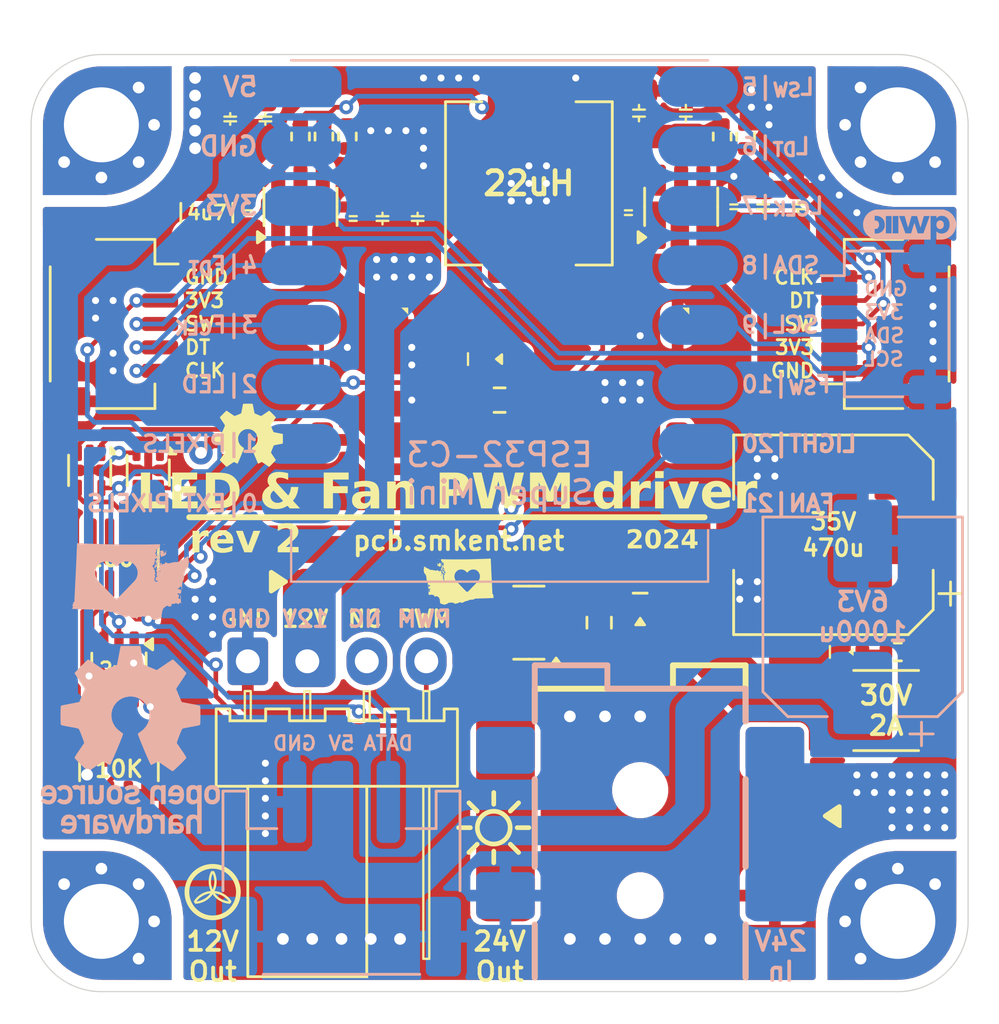
<source format=kicad_pcb>
(kicad_pcb (version 20240108) (generator "pcbnew") (generator_version "8.0")
  (layers (0 "F.Cu" signal) (31 "B.Cu" signal) (34 "B.Paste" user) (35 "F.Paste" user) (36 "B.SilkS" user "B.Silkscreen") (37 "F.SilkS" user "F.Silkscreen") (38 "B.Mask" user) (39 "F.Mask" user) (44 "Edge.Cuts" user))
  (net 0 "")
  (net 1 "+24V")
  (net 2 "GND")
  (net 4 "+5V")
  (net 5 "+3V3")
  (net 6 "LIGHT_OUT")
  (net 7 "LIGHT_BUTTON")
  (net 8 "LIGHT_DT")
  (net 9 "LIGHT_CLK")
  (net 10 "FAN_BUTTON")
  (net 11 "FAN_DT")
  (net 12 "FAN_CLK")
  (net 13 "Net-(LED1-A)")
  (net 14 "STATUS_LED")
  (net 15 "SCL")
  (net 16 "SDA")
  (net 17 "Net-(PIX1-DOUT)")
  (net 18 "+12V")
  (net 20 "FAN_PWM_5V")
  (net 21 "FAN_PWM_3V3")
  (net 22 "Net-(U1-BOOT)")
  (net 24 "/SW_12V")
  (net 27 "/SW_5V")
  (net 28 "Net-(U2-VBST)")
  (net 29 "FB_12V")
  (net 30 "FB_5V")
  (net 31 "Net-(U2-EN)")
  (net 32 "NEOPIXEL_2_DATA_5V")
  (net 33 "NEOPIXEL_1_DATA_5V")
  (net 34 "NEOPIXEL_1_DATA_3V3")
  (net 35 "NEOPIXEL_2_DATA_3V3")
  (net 36 "/24V_IN_RAW")
  (net 37 "LIGHT_PWM_3V3")
  (net 38 "/NP_2_DATA_3V3_R")
  (net 39 "/NP_1_DATA_3V3_R")
  (net 40 "/N_SRC_1")
  (net 41 "/N_GATE_1")
  (net 42 "/P_GATE_1")
  (net 43 "/FAN_PWM_3V3_R")
  (net 44 "Net-(LED2-A)")
  (footprint "Resistor_SMD:R_0402_1005Metric" (layer "F.Cu") (at 93.5 53.5 -90)
    (property "Reference" "R6" (hide yes))
    (property "Value" "10K")
  )
  (footprint "graphics:wa-state-heart-3mm" (layer "F.Cu") (at 98.25 72.5)
    (property "Reference" "G***" (hide yes))
    (property "Value" "LOGO" (hide yes))
  )
  (footprint "Resistor_SMD:R_0402_1005Metric" (layer "F.Cu") (at 117 75.5)
    (property "Reference" "R3" (hide yes))
    (property "Value" "10K")
  )
  (footprint "discrete:C_0402_1005Metric" (layer "F.Cu") (at 93.75 57 90)
    (property "Reference" "C10" (hide yes))
    (property "Value" "0u1")
  )
  (footprint "discrete:R_Array_Convex_4x0603_HandSolder" (layer "F.Cu") (at 83.75 80.5 -90)
    (property "Reference" "RN1" (hide yes))
    (property "Value" "10K")
  )
  (footprint "discrete:C_0402_1005Metric" (layer "F.Cu") (at 105.5 56.75 -90)
    (property "Reference" "C4" (hide yes))
    (property "Value" "0u1")
  )
  (footprint "Resistor_SMD:R_0402_1005Metric" (layer "F.Cu") (at 109.5 53.5 90)
    (property "Reference" "R1" (hide yes))
    (property "Value" "100K")
  )
  (footprint "Package_TO_SOT_SMD:SOT-563" (layer "F.Cu") (at 85 67.75 -90)
    (property "Reference" "U5" (hide yes))
    (property "Value" "SN74LVC1T45Z6")
  )
  (footprint "discrete:C_0402_1005Metric" (layer "F.Cu") (at 89.25 56.75 -90)
    (property "Reference" "C11" (hide yes))
    (property "Value" "0u1")
  )
  (footprint "mechanical:MountingHole_3.2mm_M3_Pad_Via_corner_compact" (layer "F.Cu") (at 83 53 -90)
    (property "Reference" "MH_NW" (hide yes))
    (property "Value" "MountingHole_3.2mm_M3_Pad_Via_corner_compact" (hide yes))
  )
  (footprint "connector:JST_SH_SM05B-SRSS-TB_1x05-1MP_P1.00mm_Horizontal" (layer "F.Cu") (at 83.5 61.5 -90)
    (property "Reference" "J3")
    (property "Value" "JST SH")
  )
  (footprint "Package_TO_SOT_SMD:SOT-23" (layer "F.Cu") (at 101.25 74.25 180)
    (property "Reference" "Q3" (hide yes))
    (property "Value" "AO3401A")
  )
  (footprint "discrete:LED_0603_1608Metric" (layer "F.Cu") (at 100 63)
    (property "Reference" "LED1" (hide yes))
    (property "Value" "LED_Small")
  )
  (footprint "Resistor_SMD:R_0402_1005Metric" (layer "F.Cu") (at 92.5 53.5 90)
    (property "Reference" "R4" (hide yes))
    (property "Value" "57K6")
  )
  (footprint "Resistor_SMD:R_0603_1608Metric" (layer "F.Cu") (at 100 64.75 180)
    (property "Reference" "R0" (hide yes))
    (property "Value" "5K1")
  )
  (footprint "Package_TO_SOT_SMD:SOT-563" (layer "F.Cu") (at 82.5 67.75 -90)
    (property "Reference" "U4" (hide yes))
    (property "Value" "SN74LVC1T45Z6")
  )
  (footprint "Package_TO_SOT_SMD:SOT-23-6" (layer "F.Cu") (at 91.5 56.5 90)
    (property "Reference" "U2" (hide yes))
    (property "Value" "TPS563201")
  )
  (footprint "discrete:C_0603_1608Metric" (layer "F.Cu") (at 112.75 56.5 90)
    (property "Reference" "C1" (hide yes))
    (property "Value" "10u")
  )
  (footprint "Resistor_SMD:R_0603_1608Metric" (layer "F.Cu") (at 104.25 74.25 -90)
    (property "Reference" "R12" (hide yes))
    (property "Value" "17K4")
  )
  (footprint "connector:FanPinHeader_1x04_P2.54mm_Horizontal" (layer "F.Cu") (at 89.25 75.899)
    (property "Reference" "M1" (hide yes))
    (property "Value" "KF2510")
  )
  (footprint "discrete:C_0603_1608Metric" (layer "F.Cu") (at 111.25 56.5 90)
    (property "Reference" "C2" (hide yes))
    (property "Value" "10u")
  )
  (footprint "package:SOT-363_SC-70-6_HandSolder" (layer "F.Cu") (at 83.75 76.25 -90)
    (property "Reference" "Q1" (hide yes))
    (property "Value" "2N7002DW")
  )
  (footprint "package:D_SOD-523" (layer "F.Cu") (at 106 74.25 -90)
    (property "Reference" "D3" (hide yes))
    (property "Value" "10V")
  )
  (footprint "discrete:C_0805_2012Metric" (layer "F.Cu") (at 108 52.5 90)
    (property "Reference" "C5" (hide yes))
    (property "Value" "22u")
  )
  (footprint "Fuse:Fuse_1812_4532Metric" (layer "F.Cu") (at 116.5 78 180)
    (property "Reference" "F1" (hide yes))
    (property "Value" "30V 2A")
  )
  (footprint "package:D_SOD-123F" (layer "F.Cu") (at 90.5 72.5 180)
    (property "Reference" "D1" (hide yes))
    (property "Value" "DSK34W")
  )
  (footprint "discrete:C_0603_1608Metric" (layer "F.Cu") (at 95 57 90)
    (property "Reference" "C9" (hide yes))
    (property "Value" "10u")
  )
  (footprint "Capacitor_SMD:CP_Elec_8x10" (layer "F.Cu") (at 114.25 70.5 180)
    (property "Reference" "C7" (hide yes))
    (property "Value" "470u")
  )
  (footprint "Package_TO_SOT_SMD:SOT-23-6" (layer "F.Cu") (at 107.75 56.5 90)
    (property "Reference" "U1" (hide yes))
    (property "Value" "TPS54202DDCR")
  )
  (footprint "Resistor_SMD:R_0402_1005Metric" (layer "F.Cu") (at 110.5 53.5 -90)
    (property "Reference" "R2" (hide yes))
    (property "Value" "5K1")
  )
  (footprint "discrete:C_0603_1608Metric" (layer "F.Cu") (at 90 52.75 90)
    (property "Reference" "C13" (hide yes))
    (property "Value" "22u")
  )
  (footprint "mechanical:MountingHole_3.2mm_M3_Pad_Via_corner_compact" (layer "F.Cu") (at 83 87)
    (property "Reference" "MH_SW" (hide yes))
    (property "Value" "MountingHole_3.2mm_M3_Pad_Via_corner_compact" (hide yes))
  )
  (footprint "graphics:oshw-logo-3mm" (layer "F.Cu") (at 89.25 66.25)
    (property "Reference" "G***" (hide yes))
    (property "Value" "LOGO" (hide yes))
  )
  (footprint "mechanical:MountingHole_3.2mm_M3_Pad_Via_corner_compact" (layer "F.Cu") (at 117 87 90)
    (property "Reference" "MH_SE" (hide yes))
    (property "Value" "MountingHole_3.2mm_M3_Pad_Via_corner_compact" (hide yes))
  )
  (footprint "discrete:C_0603_1608Metric" (layer "F.Cu") (at 88.5 52.75 90)
    (property "Reference" "C12" (hide yes))
    (property "Value" "22u")
  )
  (footprint "discrete:R_Array_Convex_4x0603_HandSolder" (layer "F.Cu") (at 83.75 71.5 -90)
    (property "Reference" "RN2" (hide yes))
    (property "Value" "100R")
  )
  (footprint "custom:DC-IN_DC-050-2.0-BB_rev2" (layer "F.Cu") (at 106 83 180)
    (property "Reference" "J1" (hide yes))
    (property "Value" "DC-050")
  )
  (footprint "connector:JST_SH_SM05B-SRSS-TB_1x05-1MP_P1.00mm_Horizontal" (layer "F.Cu") (at 116.5 61.5 90)
    (property "Reference" "J2")
    (property "Value" "JST SH")
  )
  (footprint "package:D_SOD-123F" (layer "F.Cu") (at 114.25 82.5)
    (property "Reference" "D2" (hide yes))
    (property "Value" "D_TVS")
  )
  (footprint "discrete:C_0402_1005Metric" (layer "F.Cu") (at 110 56.5 90)
    (property "Reference" "C3" (hide yes))
    (property "Value" "0u1")
  )
  (footprint "discrete:LED_0402_1005Metric" (layer "F.Cu") (at 115 75.5)
    (property "Reference" "LED2" (hide yes))
    (property "Value" "Red")
  )
  (footprint "discrete:C_0603_1608Metric" (layer "F.Cu") (at 96.5 57 90)
    (property "Reference" "C8" (hide yes))
    (property "Value" "10u")
  )
  (footprint "discrete:LED_SK6812_PLCC4_5.0x5.0mm_P3.2mm" (layer "F.Cu") (at 94 64 90)
    (property "Reference" "PIX1" (hide yes))
    (property "Value" "SK6812")
  )
  (footprint "discrete:C_0805_2012Metric" (layer "F.Cu") (at 106 52.5 90)
    (property "Reference" "C6" (hide yes))
    (property "Value" "22u")
  )
  (footprint "mechanical:MountingHole_3.2mm_M3_Pad_Via_corner_compact" (layer "F.Cu") (at 117 53 180)
    (property "Reference" "MH_NE" (hide yes))
    (property "Value" "MountingHole_3.2mm_M3_Pad_Via_corner_compact" (hide yes))
  )
  (footprint "discrete:L_1008_2520Metric" (layer "F.Cu") (at 87.5 56.75 90)
    (property "Reference" "L2" (hide yes))
    (property "Value" "4u7")
  )
  (footprint "discrete:L_Power_7.0x6.6mm_0630" (layer "F.Cu") (at 101.25 55.5 90)
    (property "Reference" "L1" (hide yes))
    (property "Value" "22u")
  )
  (footprint "Resistor_SMD:R_0402_1005Metric" (layer "F.Cu") (at 91.5 53.5 -90)
    (property "Reference" "R7" (hide yes))
    (property "Value" "10K")
  )
  (footprint "discrete:LED_SK6812_PLCC4_5.0x5.0mm_P3.2mm" (layer "F.Cu") (at 106 64 90)
    (property "Reference" "PIX2" (hide yes))
    (property "Value" "SK6812")
  )
  (footprint "Capacitor_SMD:CP_Elec_8x10" (layer "B.Cu") (at 115.5 74 90)
    (property "Reference" "C14" (hide yes))
    (property "Value" "1000u")
  )
  (footprint "module:ESP32-C3-Super-Mini-Castellated-SMD-only" (layer "B.Cu") (at 100 59 180)
    (property "Reference" "SM1" (hide yes))
    (property "Value" "~")
  )
  (footprint "Symbol:OSHW-Logo_7.5x8mm_SilkScreen" (layer "B.Cu") (at 84.25 79.25 180)
    (property "Reference" "REF**" (hide yes))
    (property "Value" "OSHW-Logo_7.5x8mm_SilkScreen" (hide yes))
  )
  (footprint "custom:DC-IN_DC-050-2.0-BB_rev2" (layer "B.Cu") (at 106 83)
    (property "Reference" "J0" (hide yes))
    (property "Value" "DC-050")
  )
  (footprint "graphics:wa-state-heart-5mm" (layer "B.Cu") (at 84.25 72.5 180)
    (property "Reference" "G***" (hide yes))
    (property "Value" "LOGO" (hide yes))
  )
  (footprint "connector:STEMMA-Signal-SMD-horizontal" (layer "B.Cu") (at 93.25 84.75 180)
    (property "Reference" "J4" (hide yes))
    (property "Value" "STEMMA-Signal")
  )
  (footprint "graphics:qwiic-logo-4mm" (layer "B.Cu") (at 117.5 57.25 180)
    (property "Reference" "G***" (hide yes))
    (property "Value" "LOGO" (hide yes))
  )
  (footprint "connector:Qwiic-SMD-horizontal" (layer "B.Cu") (at 116.5 61.5 -90)
    (property "Reference" "J5" (hide yes))
    (property "Value" "Qwiic")
  )
  (gr_line (start 98.250001 83) (end 98.75 83) (stroke (width 0.2)) (layer "F.SilkS"))
  (gr_circle (center 87.750002 85.750011) (end 88.850002 85.750011) (stroke (width 0.2)) (fill none) (layer "F.SilkS"))
  (gr_circle (center 99.75 83) (end 100.45 83) (stroke (width 0.2)) (fill none) (layer "F.SilkS"))
  (gr_arc (start 87.000002 86.151397) (mid 87.750002 85.750015) (end 88.500001 86.151398) (stroke (width 0.1)) (layer "F.SilkS"))
  (gr_arc (start 87.77739 84.899799) (mid 87.75 85.75) (end 87.027392 86.198836) (stroke (width 0.1)) (layer "F.SilkS"))
  (gr_arc (start 88.472612 86.198836) (mid 87.749978 85.750015) (end 87.722613 84.899799) (stroke (width 0.1)) (layer "F.SilkS"))
  (gr_line (start 86.75 69.75) (end 108.75 69.75) (stroke (width 0.25)) (layer "F.SilkS"))
  (gr_line (start 100.750001 83) (end 101.25 83) (stroke (width 0.2)) (layer "F.SilkS"))
  (gr_line (start 98.689341 84.06066) (end 99.042894 83.707106) (stroke (width 0.2)) (layer "F.SilkS"))
  (gr_line (start 99.042893 82.292892) (end 98.689341 81.93934) (stroke (width 0.2)) (layer "F.SilkS"))
  (gr_line (start 99.75 81.5) (end 99.75 82) (stroke (width 0.2)) (layer "F.SilkS"))
  (gr_line (start 100.81066 84.060659) (end 100.457107 83.707106) (stroke (width 0.2)) (layer "F.SilkS"))
  (gr_line (start 99.75 84) (end 99.75 84.5) (stroke (width 0.2)) (layer "F.SilkS"))
  (gr_line (start 100.457107 82.292893) (end 100.810661 81.93934) (stroke (width 0.2)) (layer "F.SilkS"))
  (gr_poly (pts (arc (start 117 90) (mid 119.12132 89.12132) (end 120 87)) (arc (start 120 53) (mid 119.12132 50.87868) (end 117 50)) (arc (start 83 50) (mid 80.87868 50.87868) (end 80 53)) (arc (start 80 87) (mid 80.87868 89.12132) (end 83 90))) (stroke (width 0.05)) (fill none) (layer "Edge.Cuts"))
  (gr_text "PWM" (at 96.786666 74.5 -0) (layer "B.SilkS") (effects (font (size 0.7 0.7) (thickness 0.14) (bold yes)) (justify bottom mirror)))
  (gr_text "3V3" (at 115.5 61 0) (layer "B.SilkS") (effects (font (size 0.6 0.6) (thickness 0.12) (bold yes)) (justify right mirror)))
  (gr_text "GND" (at 89.166666 74.5 -0) (layer "B.SilkS") (effects (font (size 0.7 0.7) (thickness 0.14) (bold yes)) (justify bottom mirror)))
  (gr_text "2|LED" (at 89.75 64.08 0) (layer "B.SilkS") (effects (font (size 0.7 0.7) (thickness 0.14) (bold yes)) (justify left mirror)))
  (gr_text "GND" (at 89.75 53.92 0) (layer "B.SilkS") (effects (font (size 0.8 0.8) (thickness 0.16) (bold yes)) (justify left mirror)))
  (gr_text "12V" (at 91.706666 74.5 -0) (layer "B.SilkS") (effects (font (size 0.7 0.7) (thickness 0.14) (bold yes)) (justify bottom mirror)))
  (gr_text "L_{CLK}|7" (at 110.25 56.46 0) (layer "B.SilkS") (effects (font (size 0.7 0.7) (thickness 0.14) (bold yes)) (justify right mirror)))
  (gr_text "5V" (at 89.75 51.38 0) (layer "B.SilkS") (effects (font (size 0.8 0.8) (thickness 0.16) (bold yes)) (justify left mirror)))
  (gr_text "3|F_{CLK}" (at 89.75 61.54 0) (layer "B.SilkS") (effects (font (size 0.7 0.7) (thickness 0.14) (bold yes)) (justify left mirror)))
  (gr_text "4|F_{DT}" (at 89.75 59 0) (layer "B.SilkS") (effects (font (size 0.7 0.7) (thickness 0.14) (bold yes)) (justify left mirror)))
  (gr_text "L_{SW}|5" (at 110.25 51.38 0) (layer "B.SilkS") (effects (font (size 0.7 0.7) (thickness 0.14) (bold yes)) (justify right mirror)))
  (gr_text "LIGHT|20" (at 110.25 66.62 0) (layer "B.SilkS") (effects (font (size 0.7 0.7) (thickness 0.16) (bold yes)) (justify right mirror)))
  (gr_text "SCL" (at 115.5 63 0) (layer "B.SilkS") (effects (font (size 0.6 0.6) (thickness 0.12) (bold yes)) (justify right mirror)))
  (gr_text "L_{DT}|6" (at 110.25 53.92 0) (layer "B.SilkS") (effects (font (size 0.7 0.7) (thickness 0.14) (bold yes)) (justify right mirror)))
  (gr_text "SCL|9" (at 110.25 61.54 0) (layer "B.SilkS") (effects (font (size 0.7 0.7) (thickness 0.14) (bold yes)) (justify right mirror)))
  (gr_text "1|PIXELS" (at 89.75 66.62 0) (layer "B.SilkS") (effects (font (size 0.7 0.7) (thickness 0.14) (bold yes)) (justify left mirror)))
  (gr_text "6V3\n1000u" (at 115.5 74 0) (layer "B.SilkS") (effects (font (size 0.8 0.8) (thickness 0.16) (bold yes)) (justify mirror)))
  (gr_text "SDA|8" (at 110.25 59 0) (layer "B.SilkS") (effects (font (size 0.7 0.7) (thickness 0.14) (bold yes)) (justify right mirror)))
  (gr_text "0|EXT PIXELS" (at 89.75 69.16 0) (layer "B.SilkS") (effects (font (size 0.7 0.7) (thickness 0.14) (bold yes)) (justify left mirror)))
  (gr_text "5V" (at 93.25 79.75 0) (layer "B.SilkS") (effects (font (size 0.6 0.6) (thickness 0.12) (bold yes)) (justify bottom mirror)))
  (gr_text "F_{SW}|10" (at 110.25 64.08 0) (layer "B.SilkS") (effects (font (size 0.7 0.7) (thickness 0.14) (bold yes)) (justify right mirror)))
  (gr_text "3V3" (at 89.75 56.46 0) (layer "B.SilkS") (effects (font (size 0.8 0.8) (thickness 0.16) (bold yes)) (justify left mirror)))
  (gr_text "GND" (at 91.25 79.75 0) (layer "B.SilkS") (effects (font (size 0.6 0.6) (thickness 0.12) (bold yes)) (justify bottom mirror)))
  (gr_text "SDA" (at 115.5 62 0) (layer "B.SilkS") (effects (font (size 0.6 0.6) (thickness 0.12) (bold yes)) (justify right mirror)))
  (gr_text "NC" (at 94.246666 74.5 -0) (layer "B.SilkS") (effects (font (size 0.7 0.7) (thickness 0.14) (bold yes)) (justify bottom mirror)))
  (gr_text "24V\nIn" (at 112 88.5 0) (layer "B.SilkS") (effects (font (size 0.8 0.8) (thickness 0.16) (bold yes)) (justify mirror)))
  (gr_text "FAN|21" (at 110.25 69.16 0) (layer "B.SilkS") (effects (font (size 0.7 0.7) (thickness 0.16) (bold yes)) (justify right mirror)))
  (gr_text "GND" (at 115.5 60 0) (layer "B.SilkS") (effects (font (size 0.6 0.6) (thickness 0.12) (bold yes)) (justify right mirror)))
  (gr_text "DATA" (at 95.25 79.75 0) (layer "B.SilkS") (effects (font (size 0.6 0.6) (thickness 0.12) (bold yes)) (justify bottom mirror)))
  (gr_text "3V3" (at 113.5 62.5 0) (layer "F.SilkS") (effects (font (size 0.6 0.6) (thickness 0.12) (bold yes)) (justify right)))
  (gr_text "12V\nOut" (at 87.75 88.5 0) (layer "F.SilkS") (effects (font (size 0.8 0.8) (thickness 0.16) (bold yes))))
  (gr_text "4u7" (at 87.5 56.75 0) (layer "F.SilkS") (effects (font (size 0.6 0.6) (thickness 0.12) (bold yes))))
  (gr_text "GND" (at 86.5 59.5 0) (layer "F.SilkS") (effects (font (size 0.6 0.6) (thickness 0.12) (bold yes)) (justify left)))
  (gr_text "CLK" (at 86.5 63.5 0) (layer "F.SilkS") (effects (font (size 0.6 0.6) (thickness 0.12) (bold yes)) (justify left)))
  (gr_text "2024" (at 108.5 70.75 0) (layer "F.SilkS") (effects (font (size 0.8 0.8) (thickness 0.24) (bold yes)) (justify right)))
  (gr_text "SW" (at 113.5 61.5 0) (layer "F.SilkS") (effects (font (size 0.6 0.6) (thickness 0.12) (bold yes)) (justify right)))
  (gr_text "PWM" (at 96.786666 74.5 -0) (layer "F.SilkS") (effects (font (size 0.7 0.7) (thickness 0.14) (bold yes)) (justify bottom)))
  (gr_text "2xN" (at 83.75 76.25 0) (layer "F.SilkS") (effects (font (size 0.6 0.6) (thickness 0.12) (bold yes))))
  (gr_text "pcb.smkent.net" (at 98.25 70.75 0) (layer "F.SilkS") (effects (font (size 0.8 0.8) (thickness 0.16) (bold yes))))
  (gr_text "24V\nOut" (at 100 88.5 0) (layer "F.SilkS") (effects (font (size 0.8 0.8) (thickness 0.16) (bold yes))))
  (gr_text "DT" (at 113.5 60.5 0) (layer "F.SilkS") (effects (font (size 0.6 0.6) (thickness 0.12) (bold yes)) (justify right)))
  (gr_text "SW" (at 86.5 61.5 0) (layer "F.SilkS") (effects (font (size 0.6 0.6) (thickness 0.12) (bold yes)) (justify left)))
  (gr_text "3V3" (at 86.5 60.5 0) (layer "F.SilkS") (effects (font (size 0.6 0.6) (thickness 0.12) (bold yes)) (justify left)))
  (gr_text "30V\n2A" (at 116.5 78 0) (layer "F.SilkS") (effects (font (size 0.8 0.8) (thickness 0.16) (bold yes))))
  (gr_text "CLK" (at 113.5 59.5 0) (layer "F.SilkS") (effects (font (size 0.6 0.6) (thickness 0.12) (bold yes)) (justify right)))
  (gr_text "GND" (at 113.5 63.5 0) (layer "F.SilkS") (effects (font (size 0.6 0.6) (thickness 0.12) (bold yes)) (justify right)))
  (gr_text "22uH" (at 101.25 55.5 0) (layer "F.SilkS") (effects (font (size 1 1) (thickness 0.2) (bold yes))))
  (gr_text "12V" (at 91.706666 74.5 -0) (layer "F.SilkS") (effects (font (size 0.7 0.7) (thickness 0.14) (bold yes)) (justify bottom)))
  (gr_text "35V\n470u" (at 114.25 70.5 0) (layer "F.SilkS") (effects (font (size 0.7 0.7) (thickness 0.14) (bold yes))))
  (gr_text "NC" (at 94.246666 74.5 -0) (layer "F.SilkS") (effects (font (size 0.7 0.7) (thickness 0.14) (bold yes)) (justify bottom)))
  (gr_text "GND" (at 89.166666 74.5 -0) (layer "F.SilkS") (effects (font (size 0.7 0.7) (thickness 0.14) (bold yes)) (justify bottom)))
  (gr_text "LED & Fan PWM driver" (at 97.75 68.75 0) (layer "F.SilkS") (effects (font (size 1.5 1.5) (thickness 0.3) (bold yes))))
  (gr_text "DT" (at 86.5 62.5 0) (layer "F.SilkS") (effects (font (size 0.6 0.6) (thickness 0.12) (bold yes)) (justify left)))
  (gr_text "rev 2" (at 86.75 70.75 0) (layer "F.SilkS") (effects (font (size 1.2 1.2) (thickness 0.24) (bold yes)) (justify left)))
  (segment (start 109.306734 56.525) (end 109.811734 56.02) (width 0.5) (layer "F.Cu") (net 2))
  (segment (start 109.811734 56.02) (end 110 56.02) (width 0.5) (layer "F.Cu") (net 2))
  (segment (start 111.25 55.6375) (end 112.75 55.6375) (width 0.5) (layer "F.Cu") (net 2))
  (segment (start 110 56.02) (end 110.3825 55.6375) (width 0.5) (layer "F.Cu") (net 2))
  (segment (start 110.3825 55.6375) (end 111.25 55.6375) (width 0.5) (layer "F.Cu") (net 2))
  (segment (start 106.801249 57.048751) (end 107.325 56.525) (width 0.5) (layer "F.Cu") (net 2))
  (segment (start 106.801249 57.97) (end 106.801249 57.048751) (width 0.5) (layer "F.Cu") (net 2))
  (segment (start 107.325 56.525) (end 109.306734 56.525) (width 0.5) (layer "F.Cu") (net 2))
  (via (at 102 55.5) (size 0.6) (drill 0.3) (layers "F.Cu" "B.Cu") (net 2))
  (via (at 99 51) (size 0.6) (drill 0.3) (layers "F.Cu" "B.Cu") (net 2))
  (via (at 83.5 62.75) (size 0.6) (drill 0.3) (layers "F.Cu" "B.Cu") (net 2))
  (via (at 105.25 64.75) (size 0.6) (drill 0.3) (layers "F.Cu" "B.Cu") (net 2))
  (via (at 96 53.25) (size 0.6) (drill 0.3) (layers "F.Cu" "B.Cu") (net 2))
  (via (at 105.25 64) (size 0.6) (drill 0.3) (layers "F.Cu" "B.Cu") (net 2))
  (via (at 90 81) (size 0.6) (drill 0.3) (layers "F.Cu" "B.Cu") (net 2))
  (via (at 111 72.5) (size 0.6) (drill 0.3) (layers "F.Cu" "B.Cu") (net 2))
  (via (at 97.5 51) (size 0.6) (drill 0.3) (layers "F.Cu" "B.Cu") (net 2))
  (via (at 94.5 87.75) (size 1) (drill 0.5) (layers "F.Cu" "B.Cu") (net 2))
  (via (at 103 78.25) (size 1) (drill 0.5) (layers "F.Cu" "B.Cu") (net 2))
  (via (at 100.5 56.25) (size 0.6) (drill 0.3) (layers "F.Cu" "B.Cu") (net 2))
  (via (at 111.75 67.25) (size 0.6) (drill 0.3) (layers "F.Cu" "B.Cu") (net 2))
  (via (at 111.75 68) (size 0.6) (drill 0.3) (layers "F.Cu" "B.Cu") (net 2))
  (via (at 83.5 63.5) (size 0.6) (drill 0.3) (layers "F.Cu" "B.Cu") (net 2))
  (via (at 106 78.25) (size 1) (drill 0.5) (layers "F.Cu" "B.Cu") (net 2))
  (via (at 98.25 51) (size 0.6) (drill 0.3) (layers "F.Cu" "B.Cu") (net 2))
  (via (at 107.5 87.75) (size 1) (drill 0.5) (layers "F.Cu" "B.Cu") (net 2))
  (via (at 118.5 62.25) (size 0.6) (drill 0.3) (layers "F.Cu" "B.Cu") (net 2))
  (via (at 115.25 56.75) (size 0.6) (drill 0.3) (layers "F.Cu" "B.Cu") (net 2))
  (via (at 103.25 51) (size 0.6) (drill 0.3) (layers "F.Cu" "B.Cu") (net 2))
  (via (at 118.5 63) (size 0.6) (drill 0.3) (layers "F.Cu" "B.Cu") (net 2))
  (via (at 101.25 54.75) (size 0.6) (drill 0.3) (layers "F.Cu" "B.Cu") (net 2))
  (via (at 118.5 61.5) (size 0.6) (drill 0.3) (layers "F.Cu" "B.Cu") (net 2))
  (via (at 111 73.25) (size 0.6) (drill 0.3) (layers "F.Cu" "B.Cu") (net 2))
  (via (at 106 64) (size 0.6) (drill 0.3) (layers "F.Cu" "B.Cu") (net 2))
  (via (at 104.5 64.75) (size 0.6) (drill 0.3) (layers "F.Cu" "B.Cu") (net 2))
  (via (at 106 62) (size 0.6) (drill 0.3) (layers "F.Cu" "B.Cu") (net 2))
  (via (at 96.75 54.75) (size 0.6) (drill 0.3) (layers "F.Cu" "B.Cu") (net 2))
  (via (at 102 56.25) (size 0.6) (drill 0.3) (layers "F.Cu" "B.Cu") (net 2))
  (via (at 90 82.5) (size 0.6) (drill 0.3) (layers "F.Cu" "B.Cu") (net 2))
  (via (at 104.5 87.75) (size 1) (drill 0.5) (layers "F.Cu" "B.Cu") (net 2))
  (via (at 100.5 55.5) (size 0.6) (drill 0.3) (layers "F.Cu" "B.Cu") (net 2))
  (via (at 104.5 64) (size 0.6) (drill 0.3) (layers "F.Cu" "B.Cu") (net 2))
  (via (at 101.25 56.25) (size 0.6) (drill 0.3) (layers "F.Cu" "B.Cu") (net 2))
  (via (at 92 87.75) (size 1) (drill 0.5) (layers "F.Cu" "B.Cu") (net 2))
  (via (at 110.25 72.5) (size 0.6) (drill 0.3) (layers "F.Cu" "B.Cu") (net 2))
  (via (at 96.25 63.25) (size 0.6) (drill 0.3) (layers "F.Cu" "B.Cu") (net 2))
  (via (at 111.5 52.25) (size 0.6) (drill 0.3) (layers "F.Cu" "B.Cu") (net 2))
  (via (at 96.75 54) (size 0.6) (drill 0.3) (layers "F.Cu" "B.Cu") (net 2))
  (via (at 101.25 55.5) (size 0.6) (drill 0.3) (layers "F.Cu" "B.Cu") (net 2))
  (via (at 118.5 60.75) (size 0.6) (drill 0.3) (layers "F.Cu" "B.Cu") (net 2))
  (via (at 95.75 87.75) (size 1) (drill 0.5) (layers "F.Cu" "B.Cu") (net 2))
  (via (at 87 74) (size 0.6) (drill 0.3) (layers "F.Cu" "B.Cu") (net 2))
  (via (at 87.75 73.25) (size 0.6) (drill 0.3) (layers "F.Cu" "B.Cu") (net 2))
  (via (at 114.5 56) (size 0.6) (drill 0.3) (layers "F.Cu" "B.Cu") (net 2))
  (via (at 118.5 60) (size 0.6) (drill 0.3) (layers "F.Cu" "B.Cu") (net 2))
  (via (at 90 80.25) (size 0.6) (drill 0.3) (layers "F.Cu" "B.Cu") (net 2))
  (via (at 103 87.75) (size 1) (drill 0.5) (layers "F.Cu" "B.Cu") (net 2))
  (via (at 96.25 62.5) (size 0.6) (drill 0.3) (layers "F.Cu" "B.Cu") (net 2))
  (via (at 106 87.75) (size 1) (drill 0.5) (layers "F.Cu" "B.Cu") (net 2))
  (via (at 111 67.25) (size 0.6) (drill 0.3) (layers "F.Cu" "B.Cu") (net 2))
  (via (at 93.25 87.75) (size 1) (drill 0.5) (layers "F.Cu" "B.Cu") (net 2))
  (via (at 104.5 78.25) (size 1) (drill 0.5) (layers "F.Cu" "B.Cu") (net 2))
  (via (at 106 64.75) (size 0.6) (drill 0.3) (layers "F.Cu" "B.Cu") (net 2))
  (via (at 109 87.75) (size 1) (drill 0.5) (layers "F.Cu" "B.Cu") (net 2))
  (via (at 82.75 60.5) (size 0.6) (drill 0.3) (layers "F.Cu" "B.Cu") (net 2))
  (via (at 113.75 55.25) (size 0.6) (drill 0.3) (layers "F.Cu" "B.Cu") (net 2))
  (via (at 111.5 53) (size 0.6) (drill 0.3) (layers "F.Cu" "B.Cu") (net 2))
  (via (at 96.75 53.25) (size 0.6) (drill 0.3) (layers "F.Cu" "B.Cu") (net 2))
  (via (at 110.75 51.5) (size 0.6) (drill 0.3) (layers "F.Cu" "B.Cu") (net 2))
  (via (at 90 83.25) (size 0.6) (drill 0.3) (layers "F.Cu" "B.Cu") (net 2))
  (via (at 93.5 62.5) (size 0.6) (drill 0.3) (layers "F.Cu" "B.Cu") (net 2))
  (via (at 94.5 53.25) (size 0.6) (drill 0.3) (layers "F.Cu" "B.Cu") (net 2))
  (via (at 110.25 73.25) (size 0.6) (drill 0.3) (layers "F.Cu" "B.Cu") (net 2))
  (via (at 95.25 53.25) (size 0.6) (drill 0.3) (layers "F.Cu" "B.Cu") (net 2))
  (via (at 87 73.25) (size 0.6) (drill 0.3) (layers "F.Cu" "B.Cu") (net 2))
  (via (at 87.75 72.5) (size 0.6) (drill 0.3) (layers "F.Cu" "B.Cu") (net 2))
  (via (at 102 54.75) (size 0.6) (drill 0.3) (layers "F.Cu" "B.Cu") (net 2))
  (via (at 110.75 52.25) (size 0.6) (drill 0.3) (layers "F.Cu" "B.Cu") (net 2))
  (via (at 87.75 74) (size 0.6) (drill 0.3) (layers "F.Cu" "B.Cu") (net 2))
  (via (at 83.5 60.5) (size 0.6) (drill 0.3) (layers "F.Cu" "B.Cu") (net 2))
  (via (at 111 68) (size 0.6) (drill 0.3) (layers "F.Cu" "B.Cu") (net 2))
  (via (at 96.75 51) (size 0.6) (drill 0.3) (layers "F.Cu" "B.Cu") (net 2))
  (via (at 87.75 74.75) (size 0.6) (drill 0.3) (layers "F.Cu" "B.Cu") (net 2))
  (via (at 82.75 61.25) (size 0.6) (drill 0.3) (layers "F.Cu" "B.Cu") (net 2))
  (via (at 96.25 64.75) (size 0.6) (drill 0.3) (layers "F.Cu" "B.Cu") (net 2))
  (via (at 110 55.2) (size 0.6) (drill 0.3) (layers "F.Cu" "B.Cu") (net 2))
  (via (at 90 81.75) (size 0.6) (drill 0.3) (layers "F.Cu" "B.Cu") (net 2))
  (via (at 90.75 87.75) (size 1) (drill 0.5) (layers "F.Cu" "B.Cu") (net 2))
  (segment (start 85.25 66.4) (end 85.5 66.65) (width 0.2) (layer "F.Cu") (net 4))
  (segment (start 92.4 66.45) (end 92.3 66.55) (width 0.5) (layer "F.Cu") (net 4))
  (segment (start 97.55 66.45) (end 96.3 67.7) (width 0.5) (layer "F.Cu") (net 4))
  (segment (start 93.7 66.45) (end 92.4 66.45) (width 0.5) (layer "F.Cu") (net 4))
  (segment (start 104.4 66.45) (end 97.55 66.45) (width 0.5) (layer "F.Cu") (net 4))
  (segment (start 96.3 67.7) (end 94.95 67.7) (width 0.5) (layer "F.Cu") (net 4))
  (segment (start 82.55 80.899827) (end 82.389475 80.739302) (width 0.5) (layer "F.Cu") (net 4))
  (segment (start 83 66.65) (end 83.25 66.4) (width 0.2) (layer "F.Cu") (net 4))
  (segment (start 85.5 67) (end 85.5 66.75) (width 0.2) (layer "F.Cu") (net 4))
  (segment (start 82.55 81.6) (end 82.55 80.899827) (width 0.5) (layer "F.Cu") (net 4))
  (segment (start 85.5 66.65) (end 85.5 67) (width 0.2) (layer "F.Cu") (net 4))
  (segment (start 92.3 66.55) (end 87.7 66.55) (width 0.5) (layer "F.Cu") (net 4))
  (segment (start 94.95 67.7) (end 93.7 66.45) (width 0.5) (layer "F.Cu") (net 4))
  (segment (start 85.85 66.4) (end 86.65 66.4) (width 0.2) (layer "F.Cu") (net 4))
  (segment (start 83.25 66.4) (end 85.25 66.4) (width 0.2) (layer "F.Cu") (net 4))
  (segment (start 86.65 66.4) (end 87.25 67) (width 0.2) (layer "F.Cu") (net 4))
  (segment (start 92.5 52.99) (end 91.965 53.525) (width 0.2) (layer "F.Cu") (net 4))
  (segment (start 87.7 66.55) (end 87.25 67) (width 0.5) (layer "F.Cu") (net 4))
  (segment (start 83 67) (end 83 66.65) (width 0.2) (layer "F.Cu") (net 4))
  (segment (start 85.5 66.75) (end 85.85 66.4) (width 0.2) (layer "F.Cu") (net 4))
  (segment (start 91.965 53.525) (end 90 53.525) (width 0.2) (layer "F.Cu") (net 4))
  (via (at 87 51) (size 1) (drill 0.5) (layers "F.Cu" "B.Cu") (net 4))
  (via (at 87 51.75) (size 1) (drill 0.5) (layers "F.Cu" "B.Cu") (net 4))
  (via (at 87 52.5) (size 1) (drill 0.5) (layers "F.Cu" "B.Cu") (net 4))
  (via (at 87.25 67) (size 1) (drill 0.5) (layers "F.Cu" "B.Cu") (net 4))
  (via (at 87 54) (size 1) (drill 0.5) (layers "F.Cu" "B.Cu") (net 4))
  (via (at 82.389475 80.739302) (size 1) (drill 0.5) (layers "F.Cu" "B.Cu") (net 4))
  (via (at 87 53.25) (size 1) (drill 0.5) (layers "F.Cu" "B.Cu") (net 4))
  (segment (start 84.060661 66.25) (end 81.25 66.25) (width 0.5) (layer "B.Cu") (net 4))
  (segment (start 84.560661 66.75) (end 84.060661 66.25) (width 0.5) (layer "B.Cu") (net 4))
  (segment (start 87.25 67) (end 87 66.75) (width 0.5) (layer "B.Cu") (net 4))
  (segment (start 115.5 77.25) (end 116 77.25) (width 0.2) (layer "B.Cu") (net 4))
  (segment (start 87 66.75) (end 84.560661 66.75) (width 0.5) (layer "B.Cu") (net 4))
  (segment (start 83.35 81.6) (end 83.35 81.000001) (width 0.2) (layer "F.Cu") (net 5))
  (segment (start 85.9 80.220192) (end 85.9 77.806543) (width 0.2) (layer "F.Cu") (net 5))
  (segment (start 84.5 60.5) (end 82.4 62.6) (width 0.2) (layer "F.Cu") (net 5))
  (segment (start 83.75 68.5) (end 83 68.5) (width 0.2) (layer "F.Cu") (net 5))
  (segment (start 83.650001 80.7) (end 85.420192 80.7) (width 0.2) (layer "F.Cu") (net 5))
  (segment (start 84.075 76.575) (end 83.75 76.25) (width 0.2) (layer "F.Cu") (net 5))
  (segment (start 83.35 81.000001) (end 83.650001 80.7) (width 0.2) (layer "F.Cu") (net 5))
  (segment (start 84.5 60.5) (end 85.5 60.5) (width 0.2) (layer "F.Cu") (net 5))
  (segment (start 83.75 75.125) (end 83.75 74.214215) (width 0.2) (layer "F.Cu") (net 5))
  (segment (start 85.9 77.806543) (end 84.668457 76.575) (width 0.2) (layer "F.Cu") (net 5))
  (segment (start 86.25 68.5) (end 85.5 68.5) (width 0.2) (layer "F.Cu") (net 5))
  (segment (start 84.668457 76.575) (end 84.075 76.575) (width 0.2) (layer "F.Cu") (net 5))
  (segment (start 85.420192 80.7) (end 85.9 80.220192) (width 0.2) (layer "F.Cu") (net 5))
  (segment (start 83.75 74.214215) (end 83.750001 74.214214) (width 0.2) (layer "F.Cu") (net 5))
  (segment (start 83.75 76.25) (end 83.75 75.125) (width 0.2) (layer "F.Cu") (net 5))
  (segment (start 115.75 62.5) (end 114.5 62.5) (width 0.2) (layer "F.Cu") (net 5))
  (via (at 84.5 60.5) (size 0.6) (drill 0.3) (layers "F.Cu" "B.Cu") (net 5))
  (via (at 83.75 68.5) (size 0.6) (drill 0.3) (layers "F.Cu" "B.Cu") (net 5))
  (via (at 86.25 68.5) (size 0.6) (drill 0.3) (layers "F.Cu" "B.Cu") (net 5))
  (via (at 115.75 62.5) (size 0.6) (drill 0.3) (layers "F.Cu" "B.Cu") (net 5))
  (via (at 82.4 62.6) (size 0.6) (drill 0.3) (layers "F.Cu" "B.Cu") (net 5))
  (via (at 83.750001 74.214214) (size 0.6) (drill 0.3) (layers "F.Cu" "B.Cu") (net 5))
  (segment (start 115.75 61.475001) (end 115.75 62.5) (width 0.2) (layer "B.Cu") (net 5))
  (segment (start 90.092942 56.46) (end 86.052942 60.5) (width 0.2) (layer "B.Cu") (net 5))
  (segment (start 115.274999 61) (end 115.75 61.475001) (width 0.2) (layer "B.Cu") (net 5))
  (segment (start 86.95 67.8) (end 86.25 68.5) (width 0.2) (layer "B.Cu") (net 5))
  (segment (start 87.7 66.2) (end 88.05 66.55) (width 0.2) (layer "B.Cu") (net 5))
  (segment (start 83.4 73.864213) (end 83.4 68.85) (width 0.2) (layer "B.Cu") (net 5))
  (segment (start 102.55 62.75) (end 97.25 57.45) (width 0.2) (layer "B.Cu") (net 5))
  (segment (start 86.052942 60.5) (end 84.5 60.5) (width 0.2) (layer "B.Cu") (net 5))
  (segment (start 82.4 65.4) (end 82.7 65.7) (width 0.2) (layer "B.Cu") (net 5))
  (segment (start 84.288479 65.7) (end 84.788479 66.2) (width 0.2) (layer "B.Cu") (net 5))
  (segment (start 115.75 63.165552) (end 115.315552 63.6) (width 0.2) (layer "B.Cu") (net 5))
  (segment (start 82.4 62.6) (end 82.4 65.4) (width 0.2) (layer "B.Cu") (net 5))
  (segment (start 113.684448 63.6) (end 112.834448 62.75) (width 0.2) (layer "B.Cu") (net 5))
  (segment (start 115.75 62.5) (end 115.75 63.165552) (width 0.2) (layer "B.Cu") (net 5))
  (segment (start 97.25 57.45) (end 93.37 57.45) (width 0.2) (layer "B.Cu") (net 5))
  (segment (start 85.55 67.8) (end 84.45 67.8) (width 0.2) (layer "B.Cu") (net 5))
  (segment (start 84.45 67.8) (end 83.75 68.5) (width 0.2) (layer "B.Cu") (net 5))
  (segment (start 88.05 66.55) (end 88.05 67.331371) (width 0.2) (layer "B.Cu") (net 5))
  (segment (start 83.750001 74.214214) (end 83.4 73.864213) (width 0.2) (layer "B.Cu") (net 5))
  (segment (start 88.05 67.331371) (end 87.581371 67.8) (width 0.2) (layer "B.Cu") (net 5))
  (segment (start 84.788479 66.2) (end 87.7 66.2) (width 0.2) (layer "B.Cu") (net 5))
  (segment (start 93.37 57.45) (end 92.38 56.46) (width 0.2) (layer "B.Cu") (net 5))
  (segment (start 112.834448 62.75) (end 102.55 62.75) (width 0.2) (layer "B.Cu") (net 5))
  (segment (start 82.7 65.7) (end 84.288479 65.7) (width 0.2) (layer "B.Cu") (net 5))
  (segment (start 87.581371 67.8) (end 86.95 67.8) (width 0.2) (layer "B.Cu") (net 5))
  (segment (start 114.5 61) (end 115.274999 61) (width 0.2) (layer "B.Cu") (net 5))
  (segment (start 115.315552 63.6) (end 113.684448 63.6) (width 0.2) (layer "B.Cu") (net 5))
  (segment (start 92.38 56.46) (end 90.092942 56.46) (width 0.2) (layer "B.Cu") (net 5))
  (segment (start 83.4 68.85) (end 83.75 68.5) (width 0.2) (layer "B.Cu") (net 5))
  (segment (start 86.25 68.5) (end 85.55 67.8) (width 0.2) (layer "B.Cu") (net 5))
  (segment (start 116.375 60.625) (end 115.5 61.5) (width 0.2) (layer "F.Cu") (net 7))
  (segment (start 115.5 61.5) (end 114.5 61.5) (width 0.2) (layer "F.Cu") (net 7))
  (via (at 116.375 60.625) (size 0.6) (drill 0.3) (layers "F.Cu" "B.Cu") (net 7))
  (segment (start 116.375 58.4539) (end 116.021425 58.100325) (width 0.2) (layer "B.Cu") (net 7))
  (segment (start 108.735414 51.38) (end 107.62 51.38) (width 0.2) (layer "B.Cu") (net 7))
  (segment (start 116.021425 58.100325) (end 115.455739 58.100325) (width 0.2) (layer "B.Cu") (net 7))
  (segment (start 116.375 60.625) (end 116.375 58.4539) (width 0.2) (layer "B.Cu") (net 7))
  (segment (start 115.455739 58.100325) (end 108.735414 51.38) (width 0.2) (layer "B.Cu") (net 7))
  (segment (start 115.962257 58.700325) (end 115.772896 58.700325) (width 0.2) (layer "F.Cu") (net 8))
  (segment (start 116.35 59.748529) (end 116.35 59.088068) (width 0.2) (layer "F.Cu") (net 8))
  (segment (start 115.598529 60.5) (end 116.35 59.748529) (width 0.2) (layer "F.Cu") (net 8))
  (segment (start 116.35 59.088068) (end 115.962257 58.700325) (width 0.2) (layer "F.Cu") (net 8))
  (segment (start 114.5 60.5) (end 115.598529 60.5) (width 0.2) (layer "F.Cu") (net 8))
  (via (at 115.772896 58.700325) (size 0.6) (drill 0.3) (layers "F.Cu" "B.Cu") (net 8))
  (segment (start 110.709728 53.92) (end 107.62 53.92) (width 0.2) (layer "B.Cu") (net 8))
  (segment (start 115.772896 58.700325) (end 115.490053 58.700325) (width 0.2) (layer "B.Cu") (net 8))
  (segment (start 115.490053 58.700325) (end 110.709728 53.92) (width 0.2) (layer "B.Cu") (net 8))
  (segment (start 115.75 59.5) (end 114.5 59.5) (width 0.2) (layer "F.Cu") (net 9))
  (via (at 115.75 59.5) (size 0.6) (drill 0.3) (layers "F.Cu" "B.Cu") (net 9))
  (segment (start 115.724042 59.5) (end 112.684042 56.46) (width 0.2) (layer "B.Cu") (net 9))
  (segment (start 115.75 59.5) (end 115.724042 59.5) (width 0.2) (layer "B.Cu") (net 9))
  (segment (start 112.684042 56.46) (end 107.62 56.46) (width 0.2) (layer "B.Cu") (net 9))
  (segment (start 85.5 61.5) (end 84.5 61.5) (width 0.2) (layer "F.Cu") (net 10))
  (via (at 84.5 61.5) (size 0.6) (drill 0.3) (layers "F.Cu" "B.Cu") (net 10))
  (segment (start 84.5 61.5) (end 85.618628 61.5) (width 0.2) (layer "B.Cu") (net 10))
  (segment (start 106.69 63.15) (end 107.62 64.08) (width 0.2) (layer "B.Cu") (net 10))
  (segment (start 85.618628 61.5) (end 89.268628 57.85) (width 0.2) (layer "B.Cu") (net 10))
  (segment (start 97.084314 57.85) (end 102.384314 63.15) (width 0.2) (layer "B.Cu") (net 10))
  (segment (start 89.268628 57.85) (end 97.084314 57.85) (width 0.2) (layer "B.Cu") (net 10))
  (segment (start 102.384314 63.15) (end 106.69 63.15) (width 0.2) (layer "B.Cu") (net 10))
  (segment (start 85.5 62.5) (end 84.5 62.5) (width 0.2) (layer "F.Cu") (net 11))
  (via (at 84.5 62.5) (size 0.6) (drill 0.3) (layers "F.Cu" "B.Cu") (net 11))
  (segment (start 88.684314 59) (end 92.38 59) (width 0.2) (layer "B.Cu") (net 11))
  (segment (start 84.5 62.5) (end 85.184314 62.5) (width 0.2) (layer "B.Cu") (net 11))
  (segment (start 85.184314 62.5) (end 88.684314 59) (width 0.2) (layer "B.Cu") (net 11))
  (segment (start 85.5 63.5) (end 84.5 63.5) (width 0.2) (layer "F.Cu") (net 12))
  (via (at 84.5 63.5) (size 0.6) (drill 0.3) (layers "F.Cu" "B.Cu") (net 12))
  (segment (start 84.5 63.5) (end 84.75 63.5) (width 0.2) (layer "B.Cu") (net 12))
  (segment (start 86.71 61.54) (end 92.38 61.54) (width 0.2) (layer "B.Cu") (net 12))
  (segment (start 84.75 63.5) (end 86.71 61.54) (width 0.2) (layer "B.Cu") (net 12))
  (segment (start 100.825 64.75) (end 100.825 63.05) (width 0.2) (layer "F.Cu") (net 13))
  (segment (start 100.825 63.05) (end 100.875 63) (width 0.2) (layer "F.Cu") (net 13))
  (segment (start 93.75 64) (end 97.75 64) (width 0.2) (layer "F.Cu") (net 14))
  (segment (start 98.5 64.75) (end 99.175 64.75) (width 0.2) (layer "F.Cu") (net 14))
  (segment (start 97.75 64) (end 98.5 64.75) (width 0.2) (layer "F.Cu") (net 14))
  (via (at 93.75 64) (size 0.6) (drill 0.3) (layers "F.Cu" "B.Cu") (net 14))
  (segment (start 93.67 64.08) (end 93.75 64) (width 0.2) (layer "B.Cu") (net 14))
  (segment (start 92.38 64.08) (end 93.67 64.08) (width 0.2) (layer "B.Cu") (net 14))
  (segment (start 114.5 63) (end 113.650134 63) (width 0.2) (layer "B.Cu") (net 15))
  (segment (start 110.85 62.35) (end 110.04 61.54) (width 0.2) (layer "B.Cu") (net 15))
  (segment (start 113.000134 62.35) (end 110.85 62.35) (width 0.2) (layer "B.Cu") (net 15))
  (segment (start 113.650134 63) (end 113.000134 62.35) (width 0.2) (layer "B.Cu") (net 15))
  (segment (start 110.04 61.54) (end 107.62 61.54) (width 0.2) (layer "B.Cu") (net 15))
  (segment (start 108.406346 59) (end 111.356346 61.95) (width 0.2) (layer "B.Cu") (net 16))
  (segment (start 114.45 61.95) (end 114.5 62) (width 0.2) (layer "B.Cu") (net 16))
  (segment (start 111.356346 61.95) (end 114.45 61.95) (width 0.2) (layer "B.Cu") (net 16))
  (segment (start 107.62 59) (end 108.406346 59) (width 0.2) (layer "B.Cu") (net 16))
  (segment (start 95.6 66.45) (end 96.15 65.9) (width 0.2) (layer "F.Cu") (net 17))
  (segment (start 104.4 62.6) (end 104.4 61.55) (width 0.2) (layer "F.Cu") (net 17))
  (segment (start 96.15 65.9) (end 101.1 65.9) (width 0.2) (layer "F.Cu") (net 17))
  (segment (start 101.1 65.9) (end 104.4 62.6) (width 0.2) (layer "F.Cu") (net 17))
  (segment (start 91.74 52.5) (end 91.25 52.99) (width 0.2) (layer "F.Cu") (net 18))
  (segment (start 99.25 52.25) (end 101.275 52.25) (width 0.2) (layer "F.Cu") (net 18))
  (segment (start 101.275 52.25) (end 101.5 52.475) (width 0.2) (layer "F.Cu") (net 18))
  (segment (start 99.475 52.475) (end 101.25 52.475) (width 0.2) (layer "F.Cu") (net 18))
  (segment (start 99.25 52.25) (end 99.475 52.475) (width 0.2) (layer "F.Cu") (net 18))
  (segment (start 93 52.25) (end 92.75 52.5) (width 0.2) (layer "F.Cu") (net 18))
  (segment (start 93.45 52.25) (end 93 52.25) (width 0.2) (layer "F.Cu") (net 18))
  (segment (start 92.75 52.5) (end 91.74 52.5) (width 0.2) (layer "F.Cu") (net 18))
  (via (at 96.25 59.5) (size 0.6) (drill 0.3) (layers "F.Cu" "B.Cu") (net 18))
  (via (at 97 59.5) (size 0.6) (drill 0.3) (layers "F.Cu" "B.Cu") (net 18))
  (via (at 94.75 59.5) (size 0.6) (drill 0.3) (layers "F.Cu" "B.Cu") (net 18))
  (via (at 99.25 52.25) (size 0.6) (drill 0.3) (layers "F.Cu" "B.Cu") (net 18))
  (via (at 96.25 58.75) (size 0.6) (drill 0.3) (layers "F.Cu" "B.Cu") (net 18))
  (via (at 93.45 52.25) (size 0.6) (drill 0.3) (layers "F.Cu" "B.Cu") (net 18))
  (via (at 94.75 58.75) (size 0.6) (drill 0.3) (layers "F.Cu" "B.Cu") (net 18))
  (via (at 97 58.75) (size 0.6) (drill 0.3) (layers "F.Cu" "B.Cu") (net 18))
  (via (at 95.5 59.5) (size 0.6) (drill 0.3) (layers "F.Cu" "B.Cu") (net 18))
  (via (at 95.5 58.75) (size 0.6) (drill 0.3) (layers "F.Cu" "B.Cu") (net 18))
  (segment (start 93.92 51.78) (end 98.78 51.78) (width 0.2) (layer "B.Cu") (net 18))
  (segment (start 98.78 51.78) (end 99.25 52.25) (width 0.2) (layer "B.Cu") (net 18))
  (segment (start 93.45 52.25) (end 93.92 51.78) (width 0.2) (layer "B.Cu") (net 18))
  (segment (start 96.87 77.314314) (end 96.87 75.899) (width 0.2) (layer "F.Cu") (net 20))
  (segment (start 85.5 78.255073) (end 85.5 80.054506) (width 0.2) (layer "F.Cu") (net 20))
  (segment (start 84.4 77.375) (end 84.619927 77.375) (width 0.2) (layer "F.Cu") (net 20))
  (segment (start 82.55 79.768456) (end 82.55 79.4) (width 0.2) (layer "F.Cu") (net 20))
  (segment (start 85.254506 80.3) (end 83.081544 80.3) (width 0.2) (layer "F.Cu") (net 20))
  (segment (start 93.990466 78.038996) (end 94.190466 78.238996) (width 0.2) (layer "F.Cu") (net 20))
  (segment (start 83.081544 80.3) (end 82.55 79.768456) (width 0.2) (layer "F.Cu") (net 20))
  (segment (start 85.5 80.054506) (end 85.254506 80.3) (width 0.2) (layer "F.Cu") (net 20))
  (segment (start 95.945318 78.238996) (end 96.87 77.314314) (width 0.2) (layer "F.Cu") (net 20))
  (segment (start 84.619927 77.375) (end 85.5 78.255073) (width 0.2) (layer "F.Cu") (net 20))
  (segment (start 94.190466 78.238996) (end 95.945318 78.238996) (width 0.2) (layer "F.Cu") (net 20))
  (via (at 93.990466 78.038996) (size 0.6) (drill 0.3) (layers "F.Cu" "B.Cu") (net 20))
  (via (at 85.083923 77.838996) (size 0.6) (drill 0.3) (layers "F.Cu" "B.Cu") (net 20))
  (segment (start 93.790466 77.838996) (end 85.083923 77.838996) (width 0.2) (layer "B.Cu") (net 20))
  (segment (start 93.990466 78.038996) (end 93.790466 77.838996) (width 0.2) (layer "B.Cu") (net 20))
  (segment (start 87.615686 70.2) (end 86.115686 71.7) (width 0.2) (layer "F.Cu") (net 21))
  (segment (start 83.250001 71.7) (end 82.55 70.999999) (width 0.2) (layer "F.Cu") (net 21))
  (segment (start 82.55 70.999999) (end 82.55 70.4) (width 0.2) (layer "F.Cu") (net 21))
  (segment (start 100.45 70.2) (end 87.615686 70.2) (width 0.2) (layer "F.Cu") (net 21))
  (segment (start 100.5 70.25) (end 100.45 70.2) (width 0.2) (layer "F.Cu") (net 21))
  (segment (start 86.115686 71.7) (end 83.250001 71.7) (width 0.2) (layer "F.Cu") (net 21))
  (via (at 100.5 70.25) (size 0.6) (drill 0.3) (layers "F.Cu" "B.Cu") (net 21))
  (segment (start 101.35 69.4) (end 107.38 69.4) (width 0.2) (layer "B.Cu") (net 21))
  (segment (start 107.38 69.4) (end 107.62 69.16) (width 0.2) (layer "B.Cu") (net 21))
  (segment (start 100.5 70.25) (end 101.35 69.4) (width 0.2) (layer "B.Cu") (net 21))
  (segment (start 105.5 56.27) (end 105.801249 56.27) (width 0.5) (layer "F.Cu") (net 22))
  (segment (start 105.801249 56.27) (end 106.801249 55.27) (width 0.5) (layer "F.Cu") (net 22))
  (segment (start 90.1575 55.3625) (end 89.25 56.27) (width 0.2) (layer "F.Cu") (net 28))
  (segment (start 90.55 55.3625) (end 90.1575 55.3625) (width 0.2) (layer "F.Cu") (net 28))
  (segment (start 108.7 55.3625) (end 108.7 54.81) (width 0.2) (layer "F.Cu") (net 29))
  (segment (start 109.5 54.01) (end 110.5 54.01) (width 0.2) (layer "F.Cu") (net 29))
  (segment (start 108.7 54.81) (end 109.5 54.01) (width 0.2) (layer "F.Cu") (net 29))
  (segment (start 92.5 54.01) (end 93.5 54.01) (width 0.2) (layer "F.Cu") (net 30))
  (segment (start 92.45 55.3625) (end 92.45 54.06) (width 0.2) (layer "F.Cu") (net 30))
  (segment (start 92.45 54.06) (end 92.5 54.01) (width 0.2) (layer "F.Cu") (net 30))
  (segment (start 91.5 54.01) (end 91.5 55.3625) (width 0.2) (layer "F.Cu") (net 31))
  (segment (start 84.5 67) (end 83.75 67) (width 0.2) (layer "F.Cu") (net 32))
  (via (at 83.75 67) (size 0.6) (drill 0.3) (layers "F.Cu" "B.Cu") (net 32))
  (segment (start 83 67.75) (end 83 74.312744) (width 0.2) (layer "B.Cu") (net 32))
  (segment (start 85.814214 74.814214) (end 88.438996 77.438996) (width 0.2) (layer "B.Cu") (net 32))
  (segment (start 83.75 67) (end 83 67.75) (width 0.2) (layer "B.Cu") (net 32))
  (segment (start 94.438996 77.438996) (end 95.25 78.25) (width 0.2) (layer "B.Cu") (net 32))
  (segment (start 88.438996 77.438996) (end 94.438996 77.438996) (width 0.2) (layer "B.Cu") (net 32))
  (segment (start 95.25 78.25) (end 95.25 81.9) (width 0.2) (layer "B.Cu") (net 32))
  (segment (start 83.50147 74.814214) (end 85.814214 74.814214) (width 0.2) (layer "B.Cu") (net 32))
  (segment (start 83 74.312744) (end 83.50147 74.814214) (width 0.2) (layer "B.Cu") (net 32))
  (segment (start 90.975 66) (end 92.4 64.575) (width 0.2) (layer "F.Cu") (net 33))
  (segment (start 92.4 64.575) (end 92.4 61.55) (width 0.2) (layer "F.Cu") (net 33))
  (segment (start 82.684314 66.4) (end 83.084314 66) (width 0.2) (layer "F.Cu") (net 33))
  (segment (start 82 66.673884) (end 82.273884 66.4) (width 0.2) (layer "F.Cu") (net 33))
  (segment (start 82.273884 66.4) (end 82.684314 66.4) (width 0.2) (layer "F.Cu") (net 33))
  (segment (start 83.084314 66) (end 90.975 66) (width 0.2) (layer "F.Cu") (net 33))
  (segment (start 82 67) (end 82 66.673884) (width 0.2) (layer "F.Cu") (net 33))
  (segment (start 85.9 72.5) (end 85.5 72.9) (width 0.2) (layer "F.Cu") (net 34))
  (segment (start 85.5 73.254506) (end 85.254506 73.5) (width 0.2) (layer "F.Cu") (net 34))
  (segment (start 86.696696 72.250362) (end 86.447058 72.5) (width 0.2) (layer "F.Cu") (net 34))
  (segment (start 84.15 73.199999) (end 84.15 72.6) (width 0.2) (layer "F.Cu") (net 34))
  (segment (start 85.5 72.9) (end 85.5 73.254506) (width 0.2) (layer "F.Cu") (net 34))
  (segment (start 86.97954 72.250362) (end 86.696696 72.250362) (width 0.2) (layer "F.Cu") (net 34))
  (segment (start 84.450001 73.5) (end 84.15 73.199999) (width 0.2) (layer "F.Cu") (net 34))
  (segment (start 85.254506 73.5) (end 84.450001 73.5) (width 0.2) (layer "F.Cu") (net 34))
  (segment (start 86.447058 72.5) (end 85.9 72.5) (width 0.2) (layer "F.Cu") (net 34))
  (via (at 86.97954 72.250362) (size 0.6) (drill 0.3) (layers "F.Cu" "B.Cu") (net 34))
  (segment (start 86.632108 70.967892) (end 90.98 66.62) (width 0.2) (layer "B.Cu") (net 34))
  (segment (start 86.632108 71.680637) (end 86.632108 70.967892) (width 0.2) (layer "B.Cu") (net 34))
  (segment (start 86.97954 72.250362) (end 86.97954 72.028069) (width 0.2) (layer "B.Cu") (net 34))
  (segment (start 90.98 66.62) (end 92.38 66.62) (width 0.2) (layer "B.Cu") (net 34))
  (segment (start 86.97954 72.028069) (end 86.632108 71.680637) (width 0.2) (layer "B.Cu") (net 34))
  (segment (start 87.232108 71.432108) (end 86.949264 71.432108) (width 0.2) (layer "F.Cu") (net 35))
  (segment (start 85.734314 72.1) (end 85.234314 72.6) (width 0.2) (layer "F.Cu") (net 35))
  (segment (start 85.234314 72.6) (end 84.95 72.6) (width 0.2) (layer "F.Cu") (net 35))
  (segment (start 86.949264 71.432108) (end 86.281372 72.1) (width 0.2) (layer "F.Cu") (net 35))
  (segment (start 86.281372 72.1) (end 85.734314 72.1) (width 0.2) (layer "F.Cu") (net 35))
  (via (at 87.232108 71.432108) (size 0.6) (drill 0.3) (layers "F.Cu" "B.Cu") (net 35))
  (segment (start 87.232108 70.933578) (end 89.005686 69.16) (width 0.2) (layer "B.Cu") (net 35))
  (segment (start 87.232108 71.432108) (end 87.232108 70.933578) (width 0.2) (layer "B.Cu") (net 35))
  (segment (start 89.005686 69.16) (end 92.38 69.16) (width 0.2) (layer "B.Cu") (net 35))
  (via (at 116.75 80.75) (size 0.6) (drill 0.3) (layers "F.Cu" "B.Cu") (net 36))
  (via (at 119 81.5) (size 0.6) (drill 0.3) (layers "F.Cu" "B.Cu") (net 36))
  (via (at 118.25 81.5) (size 0.6) (drill 0.3) (layers "F.Cu" "B.Cu") (net 36))
  (via (at 119 83) (size 0.6) (drill 0.3) (layers "F.Cu" "B.Cu") (net 36))
  (via (at 116.75 82.25) (size 0.6) (drill 0.3) (layers "F.Cu" "B.Cu") (net 36))
  (via (at 117.5 81.5) (size 0.6) (drill 0.3) (layers "F.Cu" "B.Cu") (net 36))
  (via (at 117.5 82.25) (size 0.6) (drill 0.3) (layers "F.Cu" "B.Cu") (net 36))
  (via (at 115.25 81.5) (size 0.6) (drill 0.3) (layers "F.Cu" "B.Cu") (net 36))
  (via (at 115.25 80.75) (size 0.6) (drill 0.3) (layers "F.Cu" "B.Cu") (net 36))
  (via (at 118.25 82.25) (size 0.6) (drill 0.3) (layers "F.Cu" "B.Cu") (net 36))
  (via (at 116.75 83) (size 0.6) (drill 0.3) (layers "F.Cu" "B.Cu") (net 36))
  (via (at 118.25 83) (size 0.6) (drill 0.3) (layers "F.Cu" "B.Cu") (net 36))
  (via (at 119 80.75) (size 0.6) (drill 0.3) (layers "F.Cu" "B.Cu") (net 36))
  (via (at 116 80.75) (size 0.6) (drill 0.3) (layers "F.Cu" "B.Cu") (net 36))
  (via (at 119 82.25) (size 0.6) (drill 0.3) (layers "F.Cu" "B.Cu") (net 36))
  (via (at 118.25 80.75) (size 0.6) (drill 0.3) (layers "F.Cu" "B.Cu") (net 36))
  (via (at 116 81.5) (size 0.6) (drill 0.3) (layers "F.Cu" "B.Cu") (net 36))
  (via (at 116.75 81.5) (size 0.6) (drill 0.3) (layers "F.Cu" "B.Cu") (net 36))
  (via (at 117.5 80.75) (size 0.6) (drill 0.3) (layers "F.Cu" "B.Cu") (net 36))
  (via (at 117.5 83) (size 0.6) (drill 0.3) (layers "F.Cu" "B.Cu") (net 36))
  (segment (start 87.45 69.8) (end 85.95 71.3) (width 0.2) (layer "F.Cu") (net 37))
  (segment (start 100.10147 69.8) (end 87.45 69.8) (width 0.2) (layer "F.Cu") (net 37))
  (segment (start 83.650001 71.3) (end 83.35 70.999999) (width 0.2) (layer "F.Cu") (net 37))
  (segment (start 85.95 71.3) (end 83.650001 71.3) (width 0.2) (layer "F.Cu") (net 37))
  (segment (start 83.35 70.999999) (end 83.35 70.4) (width 0.2) (layer "F.Cu") (net 37))
  (segment (start 100.500735 69.400735) (end 100.10147 69.8) (width 0.2) (layer "F.Cu") (net 37))
  (via (at 100.500735 69.400735) (size 0.6) (drill 0.3) (layers "F.Cu" "B.Cu") (net 37))
  (segment (start 101.048529 69) (end 105.24 69) (width 0.2) (layer "B.Cu") (net 37))
  (segment (start 105.24 69) (end 107.62 66.62) (width 0.2) (layer "B.Cu") (net 37))
  (segment (start 100.500735 69.400735) (end 100.647794 69.400735) (width 0.2) (layer "B.Cu") (net 37))
  (segment (start 100.647794 69.400735) (end 101.048529 69) (width 0.2) (layer "B.Cu") (net 37))
  (segment (start 84.5 69.350001) (end 84.95 69.800001) (width 0.2) (layer "F.Cu") (net 38))
  (segment (start 84.95 69.800001) (end 84.95 70.4) (width 0.2) (layer "F.Cu") (net 38))
  (segment (start 84.5 68.5) (end 84.5 69.350001) (width 0.2) (layer "F.Cu") (net 38))
  (segment (start 82.25 69.1) (end 82 68.85) (width 0.2) (layer "F.Cu") (net 39))
  (segment (start 84.15 69.800001) (end 83.449999 69.1) (width 0.2) (layer "F.Cu") (net 39))
  (segment (start 84.15 70.4) (end 84.15 69.800001) (width 0.2) (layer "F.Cu") (net 39))
  (segment (start 83.449999 69.1) (end 82.25 69.1) (width 0.2) (layer "F.Cu") (net 39))
  (segment (start 82 68.85) (end 82 68.5) (width 0.2) (layer "F.Cu") (net 39))
  (segment (start 84.15 79.031544) (end 84.15 79.4) (width 0.2) (layer "F.Cu") (net 40))
  (segment (start 83.1 77.375) (end 83.1 77.981544) (width 0.2) (layer "F.Cu") (net 40))
  (segment (start 83.1 77.981544) (end 84.15 79.031544) (width 0.2) (layer "F.Cu") (net 40))
  (segment (start 83.35 72.6) (end 83.35 73.199999) (width 0.2) (layer "F.Cu") (net 41))
  (segment (start 84.95 78.800001) (end 84.649999 78.5) (width 0.2) (layer "F.Cu") (net 41))
  (segment (start 84.649999 78.5) (end 84.375001 78.5) (width 0.2) (layer "F.Cu") (net 41))
  (segment (start 84.95 79.4) (end 84.95 78.800001) (width 0.2) (layer "F.Cu") (net 41))
  (segment (start 83.75 77.874999) (end 83.75 77.375) (width 0.2) (layer "F.Cu") (net 41))
  (segment (start 82.6 73.949999) (end 82.6 75.806544) (width 0.2) (layer "F.Cu") (net 41))
  (segment (start 83.35 73.199999) (end 82.6 73.949999) (width 0.2) (layer "F.Cu") (net 41))
  (segment (start 82.6 75.806544) (end 83.75 76.956544) (width 0.2) (layer "F.Cu") (net 41))
  (segment (start 84.375001 78.5) (end 83.75 77.874999) (width 0.2) (layer "F.Cu") (net 41))
  (segment (start 83.75 76.956544) (end 83.75 77.375) (width 0.2) (layer "F.Cu") (net 41))
  (segment (start 83.1 74.015685) (end 83.615685 73.5) (width 0.2) (layer "F.Cu") (net 42))
  (segment (start 89.138996 78.638996) (end 96.111004 78.638996) (width 0.2) (layer "F.Cu") (net 42))
  (segment (start 96.111004 78.638996) (end 98.8 75.95) (width 0.2) (layer "F.Cu") (net 42))
  (segment (start 87.885 77.385) (end 89.138996 78.638996) (width 0.2) (layer "F.Cu") (net 42))
  (segment (start 84.192157 73.807843) (end 84.484314 74.1) (width 0.2) (layer "F.Cu") (net 42))
  (segment (start 83.1 75.125) (end 83.1 74.015685) (width 0.2) (layer "F.Cu") (net 42))
  (segment (start 83.615685 73.5) (end 83.884315 73.5) (width 0.2) (layer "F.Cu") (net 42))
  (segment (start 105.7875 75.1625) (end 106 74.95) (width 0.2) (layer "F.Cu") (net 42))
  (segment (start 98.8 75.95) (end 98.8 74.384448) (width 0.2) (layer "F.Cu") (net 42))
  (segment (start 98.8 74.384448) (end 99.534448 73.65) (width 0.2) (layer "F.Cu") (net 42))
  (segment (start 104.2125 75.2) (end 104.25 75.1625) (width 0.2) (layer "F.Cu") (net 42))
  (segment (start 104.25 75.1625) (end 105.7875 75.1625) (width 0.2) (layer "F.Cu") (net 42))
  (segment (start 102.1875 75.2) (end 104.2125 75.2) (width 0.2) (layer "F.Cu") (net 42))
  (segment (start 84.484314 74.1) (end 85 74.1) (width 0.2) (layer "F.Cu") (net 42))
  (segment (start 99.534448 73.65) (end 101.090552 73.65) (width 0.2) (layer "F.Cu") (net 42))
  (segment (start 101.090552 73.65) (end 102.1875 74.746948) (width 0.2) (layer "F.Cu") (net 42))
  (segment (start 87.885 76.036473) (end 87.885 77.385) (width 0.2) (layer "F.Cu") (net 42))
  (segment (start 83.884315 73.5) (end 84.192157 73.807843) (width 0.2) (layer "F.Cu") (net 42))
  (segment (start 102.1875 74.746948) (end 102.1875 75.2) (width 0.2) (layer "F.Cu") (net 42))
  (via (at 85 74.1) (size 0.6) (drill 0.3) (layers "F.Cu" "B.Cu") (net 42))
  (via (at 87.885 76.036473) (size 0.6) (drill 0.3) (layers "F.Cu" "B.Cu") (net 42))
  (segment (start 87.602159 76.036473) (end 87.885 76.036473) (width 0.2) (layer "B.Cu") (net 42))
  (segment (start 85.9799 74.414214) (end 87.602159 76.036473) (width 0.2) (layer "B.Cu") (net 42))
  (segment (start 85.314214 74.414214) (end 85.9799 74.414214) (width 0.2) (layer "B.Cu") (net 42))
  (segment (start 85 74.1) (end 85.314214 74.414214) (width 0.2) (layer "B.Cu") (net 42))
  (segment (start 82.2 73.784313) (end 82.55 73.434313) (width 0.2) (layer "F.Cu") (net 43))
  (segment (start 83.35 78.79723) (end 83.35 79.4) (width 0.2) (layer "F.Cu") (net 43))
  (segment (start 82.472463 76.527537) (end 82.2 76.255074) (width 0.2) (layer "F.Cu") (net 43))
  (segment (start 82.2 76.255074) (end 82.2 73.784313) (width 0.2) (layer "F.Cu") (net 43))
  (segment (start 82.55 73.434313) (end 82.55 72.6) (width 0.2) (layer "F.Cu") (net 43))
  (segment (start 82.472463 76.527537) (end 82.472463 77.919693) (width 0.2) (layer "F.Cu") (net 43))
  (segment (start 84.4 75.95) (end 84.4 75.125) (width 0.2) (layer "F.Cu") (net 43))
  (segment (start 82.472463 77.919693) (end 83.35 78.79723) (width 0.2) (layer "F.Cu") (net 43))
  (segment (start 84.375 75.975) (end 84.4 75.95) (width 0.2) (layer "F.Cu") (net 43))
  (via (at 84.375 75.975) (size 0.6) (drill 0.3) (layers "F.Cu" "B.Cu") (net 43))
  (via (at 82.472463 76.527537) (size 0.6) (drill 0.3) (layers "F.Cu" "B.Cu") (net 43))
  (segment (start 83.822463 76.527537) (end 82.472463 76.527537) (width 0.2) (layer "B.Cu") (net 43))
  (segment (start 84.375 75.975) (end 83.822463 76.527537) (width 0.2) (layer "B.Cu") (net 43))
  (segment (start 115.485 75.5) (end 116.49 75.5) (width 0.2) (layer "F.Cu") (net 44))
  (zone (net 18) (net_name "+12V") (layer "F.Cu") (priority 6) (connect_pads yes (clearance 0)) (min_thickness 0.25) (fill yes (thermal_gap 0.5) (thermal_bridge_width 0.5) (smoothing fillet) (radius 0.5))
    (polygon (pts (xy 92 57) (xy 92 58.5) (xy 92.75 58.5) (xy 94.25 60) (xy 97.5 60) (xy 97.5 58.25) (xy 98.75 57) (xy 98.75 56) (xy 100.75 54) (xy 102.75 54) (xy 102.75 51.25) (xy 99.5 51.25) (xy 99.5 52.5) (xy 97.25 54.75) (xy 97.25 56.5) (xy 96.75 57)))
  )
  (zone (net 6) (net_name "LIGHT_OUT") (layer "F.Cu") (priority 3) (connect_pads yes (clearance 0)) (min_thickness 0.25) (fill yes (thermal_gap 0.5) (thermal_bridge_width 0.5) (smoothing fillet) (radius 0.5))
    (polygon (pts (xy 99 87) (xy 101.5 87) (xy 101.5 73.75) (xy 99 73.75)))
  )
  (zone (net 18) (net_name "+12V") (layer "F.Cu") (priority 6) (connect_pads yes (clearance 0)) (min_thickness 0.25) (fill yes (thermal_gap 0.5) (thermal_bridge_width 0.5) (smoothing fillet) (radius 0.5))
    (polygon (pts (xy 90.75 77) (xy 93 77) (xy 93 72) (xy 90.75 72)))
  )
  (zone (net 24) (net_name "/SW_12V") (layer "F.Cu") (priority 1) (connect_pads yes (clearance 0)) (min_thickness 0.25) (fill yes (thermal_gap 0.5) (thermal_bridge_width 0.5) (smoothing fillet) (radius 0.25))
    (polygon (pts (xy 105 57.285) (xy 105.25 57) (xy 105.75 57) (xy 106.336249 57.5) (xy 106.336249 58.285) (xy 107.086249 58.285) (xy 107.086249 57.035) (xy 108.086249 57.035) (xy 108.086249 59.75) (xy 99.5 59.75) (xy 99.5 57.285)))
  )
  (zone (net 1) (net_name "+24V") (layer "F.Cu") (priority 3) (connect_pads yes (clearance 0)) (min_thickness 0.25) (fill yes (thermal_gap 0.5) (thermal_bridge_width 0.5) (smoothing fillet) (radius 0.5))
    (polygon (pts (xy 101.5 72.75) (xy 101.5 74.75) (xy 106.75 74.75) (xy 110.75 78.75) (xy 115 78.75) (xy 115 76) (xy 111 76) (xy 107.75 72.75)))
  )
  (zone (net 18) (net_name "+12V") (layer "F.Cu") (priority 2) (connect_pads yes (clearance 0)) (min_thickness 0.25) (fill yes (thermal_gap 0.5) (thermal_bridge_width 0.5) (smoothing fillet) (radius 0.5))
    (polygon (pts (xy 109 53.75) (xy 109 53.5) (xy 109.25 53.25) (xy 109.75 53.25) (xy 109.75 52.75) (xy 109.25 52.75) (xy 108.75 53) (xy 104.5 53) (xy 102.75 51.25) (xy 99.5 51.25) (xy 99.5 53.75) (xy 102.5 53.75) (xy 102.75 54) (xy 108.75 54)))
  )
  (zone (net 36) (net_name "/24V_IN_RAW") (layer "F.Cu") (priority 3) (connect_pads yes (clearance 0)) (min_thickness 0.25) (fill yes (thermal_gap 0.5) (thermal_bridge_width 0.5) (smoothing fillet) (radius 0.5))
    (polygon (pts (xy 114.75 84.5) (xy 114.75 80.25) (xy 116.75 80.25) (xy 117 80) (xy 117 69.25) (xy 119.5 69.25) (xy 119.5 84.5)))
  )
  (zone (net 27) (net_name "/SW_5V") (layer "F.Cu") (priority 4) (connect_pads yes (clearance 0)) (min_thickness 0.25) (fill yes (thermal_gap 0.5) (thermal_bridge_width 0.5) (smoothing fillet) (radius 0.5))
    (polygon (pts (xy 91.75 57) (xy 91.75 59.75) (xy 86.25 59.75) (xy 86.25 57.25) (xy 88.5 57.25) (xy 88.75 57) (xy 90 57) (xy 90 58.5) (xy 91 58.5) (xy 91 57)))
  )
  (zone (net 4) (net_name "+5V") (layer "F.Cu") (priority 5) (connect_pads yes (clearance 0)) (min_thickness 0.25) (fill yes (thermal_gap 0.5) (thermal_bridge_width 0.5) (smoothing fillet) (radius 0.5))
    (polygon (pts (xy 86 56.25) (xy 88.25 56.25) (xy 90.5 54) (xy 90.5 52.75) (xy 87.5 52.75) (xy 87.5 50.5) (xy 86 50.5)))
  )
  (zone (net 1) (net_name "+24V") (layer "F.Cu") (priority 3) (connect_pads yes (clearance 0)) (min_thickness 0.25) (fill yes (thermal_gap 0.5) (thermal_bridge_width 0.5) (smoothing fillet) (radius 0.5))
    (polygon (pts (xy 112.75 71.75) (xy 111.5 71.75) (xy 111.5 79.75) (xy 116.75 79.75) (xy 116.75 71.75) (xy 115.75 71.75) (xy 115.75 66) (xy 113.25 63.5) (xy 113.25 56.75) (xy 108.5 56.75) (xy 108.5 58.25) (xy 110 59.75) (xy 111 60.75) (xy 111 65) (xy 112.75 66.75)))
  )
  (zone (net 2) (net_name "GND") (layers "F&B.Cu") (connect_pads (clearance 0.25)) (min_thickness 0.25) (fill yes (thermal_gap 0.25) (thermal_bridge_width 0.5))
    (polygon (pts (xy 79 49) (xy 121 49) (xy 121 91) (xy 79 91)))
  )
  (zone (net 4) (net_name "+5V") (layer "B.Cu") (priority 5) (connect_pads yes (clearance 0)) (min_thickness 0.25) (fill yes (thermal_gap 0.5) (thermal_bridge_width 0.5) (smoothing fillet) (radius 0.5))
    (polygon (pts (xy 93.75 84.5) (xy 93.75 80.25) (xy 92 80.25) (xy 92 83.75) (xy 91.75 84) (xy 87.25 84) (xy 84.5 81.25) (xy 83.5 81.25) (xy 83 80.75) (xy 80.5 80.75) (xy 80.5 85.25) (xy 93 85.25)))
  )
  (zone (net 36) (net_name "/24V_IN_RAW") (layer "B.Cu") (priority 3) (connect_pads yes (clearance 0)) (min_thickness 0.25) (fill yes (thermal_gap 0.5) (thermal_bridge_width 0.5) (smoothing fillet) (radius 0.5))
    (polygon (pts (xy 110.5 87) (xy 119.5 87) (xy 119.5 80.25) (xy 113 80.25) (xy 113 78.75) (xy 110.5 78.75)))
  )
  (zone (net 4) (net_name "+5V") (layer "B.Cu") (priority 5) (connect_pads yes (clearance 0)) (min_thickness 0.25) (fill yes (thermal_gap 0.5) (thermal_bridge_width 0.5) (smoothing fillet) (radius 0.5))
    (polygon (pts (xy 93.25 50.5) (xy 93.25 52.25) (xy 90 52.25) (xy 87.75 54.5) (xy 87.75 55.5) (xy 84.25 59) (xy 83.25 59) (xy 82 60.25) (xy 82 77.25) (xy 83 78.25) (xy 83 81.25) (xy 82 82.25) (xy 82 83.5) (xy 80.5 83.5) (xy 80.5 50.5)))
  )
  (zone (net 18) (net_name "+12V") (layer "B.Cu") (priority 6) (connect_pads yes (clearance 0)) (min_thickness 0.25) (fill yes (thermal_gap 0.5) (thermal_bridge_width 0.5) (smoothing fillet) (radius 0.5))
    (polygon (pts (xy 90.75 77) (xy 90.75 73) (xy 94.25 69.5) (xy 94.25 58.5) (xy 97.5 58.5) (xy 97.5 59.75) (xy 95.5 61.75) (xy 95.5 70.5) (xy 93 73) (xy 93 77)))
  )
  (zone (net 4) (net_name "+5V") (layer "B.Cu") (priority 5) (connect_pads yes (clearance 0)) (min_thickness 0.25) (fill yes (thermal_gap 0.5) (thermal_bridge_width 0.5) (smoothing fillet) (radius 0.5))
    (polygon (pts (xy 92.5 85.25) (xy 93.25 86) (xy 96.75 86) (xy 99 83.75) (xy 107.25 83.75) (xy 108.75 82.25) (xy 108.75 78.75) (xy 110 77.5) (xy 113.75 77.5) (xy 114.25 78) (xy 114.25 79) (xy 116.75 79) (xy 116.75 75.5) (xy 114.25 75.5) (xy 113.75 76) (xy 109.25 76) (xy 107.5 77.75) (xy 107.5 82) (xy 107 82.5) (xy 98.5 82.5) (xy 96.5 84.5) (xy 94 84.5) (xy 93.75 84.25) (xy 92.5 84.25)))
  )
)
</source>
